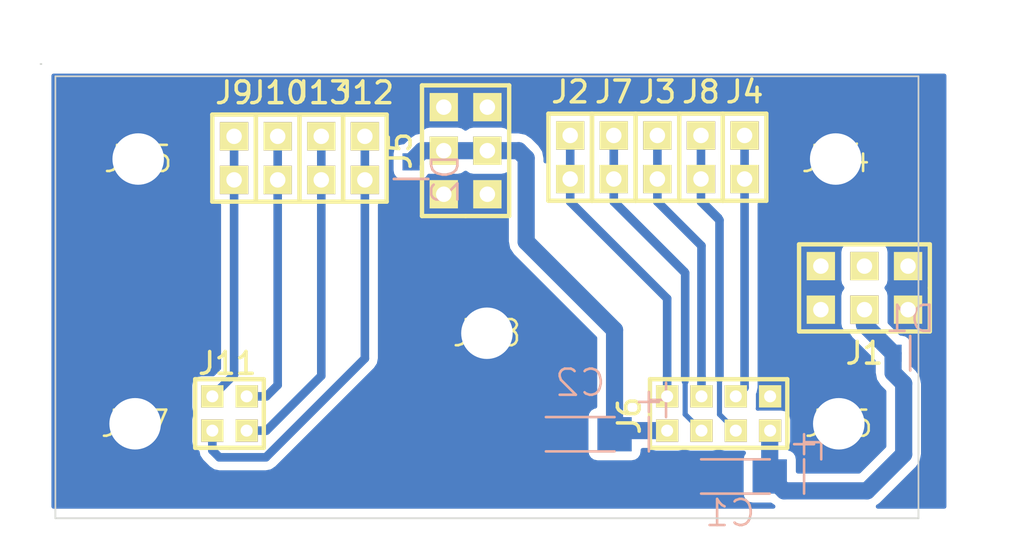
<source format=kicad_pcb>
(kicad_pcb (version 4) (host pcbnew "(2014-10-14 BZR 5188)-product")

  (general
    (links 43)
    (no_connects 1)
    (area 104.4448 30.8356 164.109401 63.065)
    (thickness 1.6)
    (drawings 5)
    (tracks 73)
    (zones 0)
    (modules 22)
    (nets 13)
  )

  (page A4)
  (layers
    (0 F.Cu signal)
    (31 B.Cu signal)
    (32 B.Adhes user)
    (33 F.Adhes user)
    (34 B.Paste user)
    (35 F.Paste user)
    (36 B.SilkS user)
    (37 F.SilkS user)
    (38 B.Mask user)
    (39 F.Mask user)
    (40 Dwgs.User user)
    (41 Cmts.User user)
    (42 Eco1.User user)
    (43 Eco2.User user)
    (44 Edge.Cuts user)
    (45 Margin user)
    (46 B.CrtYd user)
    (47 F.CrtYd user)
    (48 B.Fab user)
    (49 F.Fab user)
  )

  (setup
    (last_trace_width 0.3)
    (user_trace_width 0.2)
    (user_trace_width 0.3)
    (user_trace_width 0.4)
    (user_trace_width 0.5)
    (user_trace_width 0.6)
    (user_trace_width 0.8)
    (user_trace_width 1)
    (trace_clearance 0.15)
    (zone_clearance 0.508)
    (zone_45_only no)
    (trace_min 0.2)
    (segment_width 0.2)
    (edge_width 0.1)
    (via_size 0.889)
    (via_drill 0.635)
    (via_min_size 0.889)
    (via_min_drill 0.508)
    (uvia_size 0.508)
    (uvia_drill 0.127)
    (uvias_allowed no)
    (uvia_min_size 0.508)
    (uvia_min_drill 0.127)
    (pcb_text_width 0.3)
    (pcb_text_size 1.5 1.5)
    (mod_edge_width 0.15)
    (mod_text_size 1 1)
    (mod_text_width 0.15)
    (pad_size 4 4)
    (pad_drill 3)
    (pad_to_mask_clearance 0)
    (aux_axis_origin 0 0)
    (grid_origin 132.8166 55.5498)
    (visible_elements 7FFFFF7F)
    (pcbplotparams
      (layerselection 0x01030_80000001)
      (usegerberextensions false)
      (excludeedgelayer true)
      (linewidth 0.100000)
      (plotframeref false)
      (viasonmask false)
      (mode 1)
      (useauxorigin false)
      (hpglpennumber 1)
      (hpglpenspeed 20)
      (hpglpendiameter 15)
      (hpglpenoverlay 2)
      (psnegative false)
      (psa4output false)
      (plotreference true)
      (plotvalue true)
      (plotinvisibletext false)
      (padsonsilk false)
      (subtractmaskfromsilk false)
      (outputformat 1)
      (mirror false)
      (drillshape 0)
      (scaleselection 1)
      (outputdirectory ""))
  )

  (net 0 "")
  (net 1 GND)
  (net 2 +5V)
  (net 3 +1.8V)
  (net 4 /GPIO199)
  (net 5 /GPIO200)
  (net 6 /GPIO204)
  (net 7 /UART_TX)
  (net 8 /UART_RX)
  (net 9 /SCLK)
  (net 10 /MOSI)
  (net 11 /#SS)
  (net 12 /MISO)

  (net_class Default "Toto je výchozí třída sítě."
    (clearance 0.15)
    (trace_width 0.3)
    (via_dia 0.889)
    (via_drill 0.635)
    (uvia_dia 0.508)
    (uvia_drill 0.127)
    (add_net /#SS)
    (add_net /GPIO199)
    (add_net /GPIO200)
    (add_net /GPIO204)
    (add_net /MISO)
    (add_net /MOSI)
    (add_net /SCLK)
    (add_net /UART_RX)
    (add_net /UART_TX)
  )

  (net_class Power ""
    (clearance 0.3)
    (trace_width 0.5)
    (via_dia 0.889)
    (via_drill 0.635)
    (uvia_dia 0.508)
    (uvia_drill 0.127)
    (add_net +1.8V)
    (add_net +5V)
    (add_net GND)
  )

  (module MLAB_C:TantalC_SizeC_Reflow (layer B.Cu) (tedit 54799D04) (tstamp 548711C6)
    (at 147.2946 58.6232 180)
    (descr "Tantal Cap. , Size C, EIA-6032, Reflow,")
    (tags "Tantal Cap. , Size C, EIA-6032, Reflow,")
    (path /5485FFA7)
    (attr smd)
    (fp_text reference C1 (at 0.3048 -2.1336 180) (layer B.SilkS)
      (effects (font (thickness 0.15)) (justify mirror))
    )
    (fp_text value CP2 (at 0 -3 180) (layer B.SilkS) hide
      (effects (font (thickness 0.15)) (justify mirror))
    )
    (fp_line (start -4 1) (end -4 -1) (layer B.SilkS) (width 0.15))
    (fp_line (start 2 -1) (end -2 -1) (layer B.SilkS) (width 0.15))
    (fp_line (start 2 1) (end -2 1) (layer B.SilkS) (width 0.15))
    (fp_text user + (at -4 2 180) (layer B.SilkS)
      (effects (font (thickness 0.15)) (justify mirror))
    )
    (fp_line (start -5 3) (end -5 1) (layer B.SilkS) (width 0.15))
    (fp_line (start -5 2) (end -4 2) (layer B.SilkS) (width 0.15))
    (pad 2 smd rect (at 2 0 180) (size 2 2) (layers B.Cu B.Paste B.Mask)
      (net 1 GND))
    (pad 1 smd rect (at -2 0 180) (size 2 2) (layers B.Cu B.Paste B.Mask)
      (net 2 +5V))
    (model MLAB_3D/Capacitors/c_tant_C.wrl
      (at (xyz 0 0 0))
      (scale (xyz 1 1 1))
      (rotate (xyz 0 0 180))
    )
  )

  (module MLAB_C:TantalC_SizeC_Reflow (layer B.Cu) (tedit 54799D04) (tstamp 548711CC)
    (at 138.2522 56.1594 180)
    (descr "Tantal Cap. , Size C, EIA-6032, Reflow,")
    (tags "Tantal Cap. , Size C, EIA-6032, Reflow,")
    (path /548601CE)
    (attr smd)
    (fp_text reference C2 (at 0 3 180) (layer B.SilkS)
      (effects (font (thickness 0.15)) (justify mirror))
    )
    (fp_text value CP2 (at 0 -3 180) (layer B.SilkS) hide
      (effects (font (thickness 0.15)) (justify mirror))
    )
    (fp_line (start -4 1) (end -4 -1) (layer B.SilkS) (width 0.15))
    (fp_line (start 2 -1) (end -2 -1) (layer B.SilkS) (width 0.15))
    (fp_line (start 2 1) (end -2 1) (layer B.SilkS) (width 0.15))
    (fp_text user + (at -4 2 180) (layer B.SilkS)
      (effects (font (thickness 0.15)) (justify mirror))
    )
    (fp_line (start -5 3) (end -5 1) (layer B.SilkS) (width 0.15))
    (fp_line (start -5 2) (end -4 2) (layer B.SilkS) (width 0.15))
    (pad 2 smd rect (at 2 0 180) (size 2 2) (layers B.Cu B.Paste B.Mask)
      (net 1 GND))
    (pad 1 smd rect (at -2 0 180) (size 2 2) (layers B.Cu B.Paste B.Mask)
      (net 3 +1.8V))
    (model MLAB_3D/Capacitors/c_tant_C.wrl
      (at (xyz 0 0 0))
      (scale (xyz 1 1 1))
      (rotate (xyz 0 0 180))
    )
  )

  (module MLAB_D:Diode-MiniMELF_Standard (layer B.Cu) (tedit 547999ED) (tstamp 54896DB3)
    (at 157.48 51.435 180)
    (descr "Diode Mini-MELF Standard")
    (tags "Diode Mini-MELF Standard")
    (path /5485FEF7)
    (attr smd)
    (fp_text reference D1 (at 0 2 180) (layer B.SilkS)
      (effects (font (thickness 0.15)) (justify mirror))
    )
    (fp_text value DIODESCH (at 0 -3 180) (layer B.SilkS) hide
      (effects (font (thickness 0.15)) (justify mirror))
    )
    (fp_line (start 0 0) (end 0 1) (layer B.SilkS) (width 0.15))
    (fp_line (start 0 1) (end 0 -1) (layer B.SilkS) (width 0.15))
    (fp_line (start 0 -1) (end 0 0) (layer B.SilkS) (width 0.15))
    (fp_line (start 0 1) (end 0 -1) (layer B.SilkS) (width 0.15))
    (fp_text user A (at -1 -1 180) (layer B.SilkS)
      (effects (font (size 0 0) (thickness 0.15)) (justify mirror))
    )
    (fp_text user K (at 1 -1 180) (layer B.SilkS)
      (effects (font (size 0 0) (thickness 0.15)) (justify mirror))
    )
    (fp_circle (center 0 0) (end 0 0) (layer B.Adhes) (width 0.15))
    (fp_circle (center 0 0) (end 0 0) (layer B.Adhes) (width 0.15))
    (pad 1 smd rect (at -1 0 180) (size 1 1) (layers B.Cu B.Paste B.Mask)
      (net 1 GND))
    (pad 2 smd rect (at 1 0 180) (size 1 1) (layers B.Cu B.Paste B.Mask)
      (net 2 +5V))
    (model MLAB_3D/Diodes/MiniMELF_DO213AA.wrl
      (at (xyz 0 0 0))
      (scale (xyz 0 0 0))
      (rotate (xyz 0 0 0))
    )
  )

  (module MLAB_D:Diode-MiniMELF_Standard (layer B.Cu) (tedit 547999ED) (tstamp 54896DFE)
    (at 128.397 41.275 90)
    (descr "Diode Mini-MELF Standard")
    (tags "Diode Mini-MELF Standard")
    (path /548601BC)
    (attr smd)
    (fp_text reference D2 (at 0 2 90) (layer B.SilkS)
      (effects (font (thickness 0.15)) (justify mirror))
    )
    (fp_text value DIODESCH (at 0 -3 90) (layer B.SilkS) hide
      (effects (font (thickness 0.15)) (justify mirror))
    )
    (fp_line (start 0 0) (end 0 1) (layer B.SilkS) (width 0.15))
    (fp_line (start 0 1) (end 0 -1) (layer B.SilkS) (width 0.15))
    (fp_line (start 0 -1) (end 0 0) (layer B.SilkS) (width 0.15))
    (fp_line (start 0 1) (end 0 -1) (layer B.SilkS) (width 0.15))
    (fp_text user A (at -1 -1 90) (layer B.SilkS)
      (effects (font (size 0 0) (thickness 0.15)) (justify mirror))
    )
    (fp_text user K (at 1 -1 90) (layer B.SilkS)
      (effects (font (size 0 0) (thickness 0.15)) (justify mirror))
    )
    (fp_circle (center 0 0) (end 0 0) (layer B.Adhes) (width 0.15))
    (fp_circle (center 0 0) (end 0 0) (layer B.Adhes) (width 0.15))
    (pad 1 smd rect (at -1 0 90) (size 1 1) (layers B.Cu B.Paste B.Mask)
      (net 1 GND))
    (pad 2 smd rect (at 1 0 90) (size 1 1) (layers B.Cu B.Paste B.Mask)
      (net 3 +1.8V))
    (model MLAB_3D/Diodes/MiniMELF_DO213AA.wrl
      (at (xyz 0 0 0))
      (scale (xyz 0 0 0))
      (rotate (xyz 0 0 0))
    )
  )

  (module MLAB_hreb:Pin_Header_Straight_2x03 placed (layer F.Cu) (tedit 54870C46) (tstamp 54896DC4)
    (at 154.813 47.625 180)
    (descr "1 pin")
    (tags "CONN DEV")
    (path /5485F9FC)
    (fp_text reference J1 (at 0 -3.81 180) (layer F.SilkS)
      (effects (font (size 1.27 1.27) (thickness 0.2032)))
    )
    (fp_text value "5V POWER" (at 0 0 180) (layer F.SilkS) hide
      (effects (font (size 1.27 1.27) (thickness 0.2032)))
    )
    (fp_line (start -3.81 2.54) (end 3.81 2.54) (layer F.SilkS) (width 0.254))
    (fp_line (start 3.81 2.54) (end 3.81 -2.54) (layer F.SilkS) (width 0.254))
    (fp_line (start 3.81 -2.54) (end -1.27 -2.54) (layer F.SilkS) (width 0.254))
    (fp_line (start -3.81 2.54) (end -3.81 0) (layer F.SilkS) (width 0.254))
    (fp_line (start -3.81 -2.54) (end -3.81 0) (layer F.SilkS) (width 0.254))
    (fp_line (start -1.27 -2.54) (end -3.81 -2.54) (layer F.SilkS) (width 0.254))
    (pad 1 thru_hole rect (at -2.54 1.27 180) (size 1.651 1.651) (drill 0.9) (layers *.Cu *.Mask F.SilkS)
      (net 1 GND))
    (pad 2 thru_hole rect (at 0 1.27 180) (size 1.651 1.651) (drill 0.9) (layers *.Cu *.Mask F.SilkS)
      (net 2 +5V))
    (pad 3 thru_hole rect (at 2.54 1.27 180) (size 1.651 1.651) (drill 0.9) (layers *.Cu *.Mask F.SilkS)
      (net 1 GND))
    (pad 4 thru_hole rect (at 2.54 -1.27 180) (size 1.651 1.651) (drill 0.9) (layers *.Cu *.Mask F.SilkS)
      (net 1 GND))
    (pad 5 thru_hole rect (at 0 -1.27 180) (size 1.651 1.651) (drill 0.9) (layers *.Cu *.Mask F.SilkS)
      (net 2 +5V))
    (pad 6 thru_hole rect (at -2.54 -1.27 180) (size 1.651 1.651) (drill 0.9) (layers *.Cu *.Mask F.SilkS)
      (net 1 GND))
    (model Pin_Headers/Pin_Header_Straight_2x03.wrl
      (at (xyz 0 0 0))
      (scale (xyz 1 1 1))
      (rotate (xyz 0 0 0))
    )
  )

  (module MLAB_hreb:Pin_Header_Straight_2x01 placed (layer F.Cu) (tedit 5472F1F7) (tstamp 54896E7D)
    (at 137.668 40.005)
    (descr "1 pin")
    (tags "CONN DEV")
    (path /5486108C)
    (fp_text reference J2 (at 0 -3.81) (layer F.SilkS)
      (effects (font (size 1.27 1.27) (thickness 0.2032)))
    )
    (fp_text value GPIO199 (at 0 0) (layer F.SilkS) hide
      (effects (font (size 1.27 1.27) (thickness 0.2032)))
    )
    (fp_line (start -1.27 -2.54) (end 1.27 -2.54) (layer F.SilkS) (width 0.254))
    (fp_line (start 1.27 -2.54) (end 1.27 2.54) (layer F.SilkS) (width 0.254))
    (fp_line (start 1.27 2.54) (end -1.27 2.54) (layer F.SilkS) (width 0.254))
    (fp_line (start -1.27 2.54) (end -1.27 -2.54) (layer F.SilkS) (width 0.254))
    (pad 2 thru_hole rect (at 0 1.27) (size 1.651 1.651) (drill 0.9) (layers *.Cu *.Mask F.SilkS)
      (net 4 /GPIO199))
    (pad 1 thru_hole rect (at 0 -1.27) (size 1.651 1.651) (drill 0.9) (layers *.Cu *.Mask F.SilkS)
      (net 4 /GPIO199))
    (model Pin_Headers/Pin_Header_Straight_2x01.wrl
      (at (xyz 0 0 0))
      (scale (xyz 1 1 1))
      (rotate (xyz 0 0 0))
    )
  )

  (module MLAB_hreb:Pin_Header_Straight_2x01 placed (layer F.Cu) (tedit 5472F1F7) (tstamp 54896E93)
    (at 142.748 40.005)
    (descr "1 pin")
    (tags "CONN DEV")
    (path /54861113)
    (fp_text reference J3 (at 0 -3.81) (layer F.SilkS)
      (effects (font (size 1.27 1.27) (thickness 0.2032)))
    )
    (fp_text value GPIO200 (at 0 0) (layer F.SilkS) hide
      (effects (font (size 1.27 1.27) (thickness 0.2032)))
    )
    (fp_line (start -1.27 -2.54) (end 1.27 -2.54) (layer F.SilkS) (width 0.254))
    (fp_line (start 1.27 -2.54) (end 1.27 2.54) (layer F.SilkS) (width 0.254))
    (fp_line (start 1.27 2.54) (end -1.27 2.54) (layer F.SilkS) (width 0.254))
    (fp_line (start -1.27 2.54) (end -1.27 -2.54) (layer F.SilkS) (width 0.254))
    (pad 2 thru_hole rect (at 0 1.27) (size 1.651 1.651) (drill 0.9) (layers *.Cu *.Mask F.SilkS)
      (net 5 /GPIO200))
    (pad 1 thru_hole rect (at 0 -1.27) (size 1.651 1.651) (drill 0.9) (layers *.Cu *.Mask F.SilkS)
      (net 5 /GPIO200))
    (model Pin_Headers/Pin_Header_Straight_2x01.wrl
      (at (xyz 0 0 0))
      (scale (xyz 1 1 1))
      (rotate (xyz 0 0 0))
    )
  )

  (module MLAB_hreb:Pin_Header_Straight_2x01 placed (layer F.Cu) (tedit 5472F1F7) (tstamp 54896E88)
    (at 147.828 40.005)
    (descr "1 pin")
    (tags "CONN DEV")
    (path /54861163)
    (fp_text reference J4 (at 0 -3.81) (layer F.SilkS)
      (effects (font (size 1.27 1.27) (thickness 0.2032)))
    )
    (fp_text value GPIO204 (at 0 0) (layer F.SilkS) hide
      (effects (font (size 1.27 1.27) (thickness 0.2032)))
    )
    (fp_line (start -1.27 -2.54) (end 1.27 -2.54) (layer F.SilkS) (width 0.254))
    (fp_line (start 1.27 -2.54) (end 1.27 2.54) (layer F.SilkS) (width 0.254))
    (fp_line (start 1.27 2.54) (end -1.27 2.54) (layer F.SilkS) (width 0.254))
    (fp_line (start -1.27 2.54) (end -1.27 -2.54) (layer F.SilkS) (width 0.254))
    (pad 2 thru_hole rect (at 0 1.27) (size 1.651 1.651) (drill 0.9) (layers *.Cu *.Mask F.SilkS)
      (net 6 /GPIO204))
    (pad 1 thru_hole rect (at 0 -1.27) (size 1.651 1.651) (drill 0.9) (layers *.Cu *.Mask F.SilkS)
      (net 6 /GPIO204))
    (model Pin_Headers/Pin_Header_Straight_2x01.wrl
      (at (xyz 0 0 0))
      (scale (xyz 1 1 1))
      (rotate (xyz 0 0 0))
    )
  )

  (module MLAB_hreb:Pin_Header_Straight_2x03 placed (layer F.Cu) (tedit 54870C46) (tstamp 54896CEA)
    (at 131.572 39.624 90)
    (descr "1 pin")
    (tags "CONN DEV")
    (path /548601AA)
    (fp_text reference J5 (at 0 -3.81 90) (layer F.SilkS)
      (effects (font (size 1.27 1.27) (thickness 0.2032)))
    )
    (fp_text value "1,8V CPU Core" (at 0 0 90) (layer F.SilkS) hide
      (effects (font (size 1.27 1.27) (thickness 0.2032)))
    )
    (fp_line (start -3.81 2.54) (end 3.81 2.54) (layer F.SilkS) (width 0.254))
    (fp_line (start 3.81 2.54) (end 3.81 -2.54) (layer F.SilkS) (width 0.254))
    (fp_line (start 3.81 -2.54) (end -1.27 -2.54) (layer F.SilkS) (width 0.254))
    (fp_line (start -3.81 2.54) (end -3.81 0) (layer F.SilkS) (width 0.254))
    (fp_line (start -3.81 -2.54) (end -3.81 0) (layer F.SilkS) (width 0.254))
    (fp_line (start -1.27 -2.54) (end -3.81 -2.54) (layer F.SilkS) (width 0.254))
    (pad 1 thru_hole rect (at -2.54 1.27 90) (size 1.651 1.651) (drill 0.9) (layers *.Cu *.Mask F.SilkS)
      (net 1 GND))
    (pad 2 thru_hole rect (at 0 1.27 90) (size 1.651 1.651) (drill 0.9) (layers *.Cu *.Mask F.SilkS)
      (net 3 +1.8V))
    (pad 3 thru_hole rect (at 2.54 1.27 90) (size 1.651 1.651) (drill 0.9) (layers *.Cu *.Mask F.SilkS)
      (net 1 GND))
    (pad 4 thru_hole rect (at 2.54 -1.27 90) (size 1.651 1.651) (drill 0.9) (layers *.Cu *.Mask F.SilkS)
      (net 1 GND))
    (pad 5 thru_hole rect (at 0 -1.27 90) (size 1.651 1.651) (drill 0.9) (layers *.Cu *.Mask F.SilkS)
      (net 3 +1.8V))
    (pad 6 thru_hole rect (at -2.54 -1.27 90) (size 1.651 1.651) (drill 0.9) (layers *.Cu *.Mask F.SilkS)
      (net 1 GND))
    (model Pin_Headers/Pin_Header_Straight_2x03.wrl
      (at (xyz 0 0 0))
      (scale (xyz 1 1 1))
      (rotate (xyz 0 0 0))
    )
  )

  (module MLAB_hreb:2mm_Pin_Header_Straight_2x04 (layer F.Cu) (tedit 5487093A) (tstamp 54871228)
    (at 146.3166 54.9498 90)
    (descr "1 pin")
    (tags "CONN DEV")
    (path /5485F8D0)
    (fp_text reference J6 (at -0.127 -5.207 90) (layer F.SilkS)
      (effects (font (size 1.27 1.27) (thickness 0.2032)))
    )
    (fp_text value IOS_PORT_#1 (at 0 5.334 90) (layer F.SilkS) hide
      (effects (font (size 1.27 1.27) (thickness 0.2032)))
    )
    (fp_line (start -2 -4) (end 0 -4) (layer F.SilkS) (width 0.254))
    (fp_line (start 0 4) (end 2 4) (layer F.SilkS) (width 0.254))
    (fp_line (start 2 4) (end 2 -4) (layer F.SilkS) (width 0.254))
    (fp_line (start 0 -4) (end 2 -4) (layer F.SilkS) (width 0.254))
    (fp_line (start -2 4) (end -2 -4) (layer F.SilkS) (width 0.254))
    (fp_line (start -2 4) (end 0 4) (layer F.SilkS) (width 0.254))
    (pad 1 thru_hole rect (at -1 -3 90) (size 1.3 1.3) (drill 0.7) (layers *.Cu *.Mask F.SilkS)
      (net 3 +1.8V))
    (pad 2 thru_hole rect (at 1 -3 90) (size 1.3 1.3) (drill 0.7) (layers *.Cu *.Mask F.SilkS)
      (net 4 /GPIO199))
    (pad 3 thru_hole rect (at -1 -1 90) (size 1.3 1.3) (drill 0.7) (layers *.Cu *.Mask F.SilkS)
      (net 8 /UART_RX))
    (pad 4 thru_hole rect (at 1 -1 90) (size 1.3 1.3) (drill 0.7) (layers *.Cu *.Mask F.SilkS)
      (net 5 /GPIO200))
    (pad 5 thru_hole rect (at -1 1 90) (size 1.3 1.3) (drill 0.7) (layers *.Cu *.Mask F.SilkS)
      (net 7 /UART_TX))
    (pad 6 thru_hole rect (at 1 1 90) (size 1.3 1.3) (drill 0.7) (layers *.Cu *.Mask F.SilkS)
      (net 6 /GPIO204))
    (pad 7 thru_hole rect (at -1 3 90) (size 1.3 1.3) (drill 0.7) (layers *.Cu *.Mask F.SilkS)
      (net 2 +5V))
    (pad 8 thru_hole rect (at 1 3 90) (size 1.3 1.3) (drill 0.7) (layers *.Cu *.Mask F.SilkS)
      (net 1 GND))
    (model Pin_Headers/Pin_Header_Straight_2x04.wrl
      (at (xyz 0 0 0))
      (scale (xyz 0.7874 0.7874 0.7874))
      (rotate (xyz 0 0 90))
    )
  )

  (module MLAB_hreb:Pin_Header_Straight_2x01 placed (layer F.Cu) (tedit 5472F1F7) (tstamp 54896E72)
    (at 140.208 40.005)
    (descr "1 pin")
    (tags "CONN DEV")
    (path /54861315)
    (fp_text reference J7 (at 0 -3.81) (layer F.SilkS)
      (effects (font (size 1.27 1.27) (thickness 0.2032)))
    )
    (fp_text value UART_RX (at 0 0) (layer F.SilkS) hide
      (effects (font (size 1.27 1.27) (thickness 0.2032)))
    )
    (fp_line (start -1.27 -2.54) (end 1.27 -2.54) (layer F.SilkS) (width 0.254))
    (fp_line (start 1.27 -2.54) (end 1.27 2.54) (layer F.SilkS) (width 0.254))
    (fp_line (start 1.27 2.54) (end -1.27 2.54) (layer F.SilkS) (width 0.254))
    (fp_line (start -1.27 2.54) (end -1.27 -2.54) (layer F.SilkS) (width 0.254))
    (pad 2 thru_hole rect (at 0 1.27) (size 1.651 1.651) (drill 0.9) (layers *.Cu *.Mask F.SilkS)
      (net 8 /UART_RX))
    (pad 1 thru_hole rect (at 0 -1.27) (size 1.651 1.651) (drill 0.9) (layers *.Cu *.Mask F.SilkS)
      (net 8 /UART_RX))
    (model Pin_Headers/Pin_Header_Straight_2x01.wrl
      (at (xyz 0 0 0))
      (scale (xyz 1 1 1))
      (rotate (xyz 0 0 0))
    )
  )

  (module MLAB_hreb:Pin_Header_Straight_2x01 placed (layer F.Cu) (tedit 5472F1F7) (tstamp 54874B71)
    (at 145.288 40.005)
    (descr "1 pin")
    (tags "CONN DEV")
    (path /5486130F)
    (fp_text reference J8 (at 0 -3.81) (layer F.SilkS)
      (effects (font (size 1.27 1.27) (thickness 0.2032)))
    )
    (fp_text value UART_TX (at 0 0) (layer F.SilkS) hide
      (effects (font (size 1.27 1.27) (thickness 0.2032)))
    )
    (fp_line (start -1.27 -2.54) (end 1.27 -2.54) (layer F.SilkS) (width 0.254))
    (fp_line (start 1.27 -2.54) (end 1.27 2.54) (layer F.SilkS) (width 0.254))
    (fp_line (start 1.27 2.54) (end -1.27 2.54) (layer F.SilkS) (width 0.254))
    (fp_line (start -1.27 2.54) (end -1.27 -2.54) (layer F.SilkS) (width 0.254))
    (pad 2 thru_hole rect (at 0 1.27) (size 1.651 1.651) (drill 0.9) (layers *.Cu *.Mask F.SilkS)
      (net 7 /UART_TX))
    (pad 1 thru_hole rect (at 0 -1.27) (size 1.651 1.651) (drill 0.9) (layers *.Cu *.Mask F.SilkS)
      (net 7 /UART_TX))
    (model Pin_Headers/Pin_Header_Straight_2x01.wrl
      (at (xyz 0 0 0))
      (scale (xyz 1 1 1))
      (rotate (xyz 0 0 0))
    )
  )

  (module MLAB_hreb:Pin_Header_Straight_2x01 placed (layer F.Cu) (tedit 5472F1F7) (tstamp 54874ADA)
    (at 118.0846 40.0558)
    (descr "1 pin")
    (tags "CONN DEV")
    (path /5486082B)
    (fp_text reference J9 (at 0 -3.81) (layer F.SilkS)
      (effects (font (size 1.27 1.27) (thickness 0.2032)))
    )
    (fp_text value SCLK (at 0 0) (layer F.SilkS) hide
      (effects (font (size 1.27 1.27) (thickness 0.2032)))
    )
    (fp_line (start -1.27 -2.54) (end 1.27 -2.54) (layer F.SilkS) (width 0.254))
    (fp_line (start 1.27 -2.54) (end 1.27 2.54) (layer F.SilkS) (width 0.254))
    (fp_line (start 1.27 2.54) (end -1.27 2.54) (layer F.SilkS) (width 0.254))
    (fp_line (start -1.27 2.54) (end -1.27 -2.54) (layer F.SilkS) (width 0.254))
    (pad 2 thru_hole rect (at 0 1.27) (size 1.651 1.651) (drill 0.9) (layers *.Cu *.Mask F.SilkS)
      (net 9 /SCLK))
    (pad 1 thru_hole rect (at 0 -1.27) (size 1.651 1.651) (drill 0.9) (layers *.Cu *.Mask F.SilkS)
      (net 9 /SCLK))
    (model Pin_Headers/Pin_Header_Straight_2x01.wrl
      (at (xyz 0 0 0))
      (scale (xyz 1 1 1))
      (rotate (xyz 0 0 0))
    )
  )

  (module MLAB_hreb:Pin_Header_Straight_2x01 placed (layer F.Cu) (tedit 5472F1F7) (tstamp 54871250)
    (at 120.6246 40.0558)
    (descr "1 pin")
    (tags "CONN DEV")
    (path /54860825)
    (fp_text reference J10 (at 0 -3.81) (layer F.SilkS)
      (effects (font (size 1.27 1.27) (thickness 0.2032)))
    )
    (fp_text value MOSI (at 0 0) (layer F.SilkS) hide
      (effects (font (size 1.27 1.27) (thickness 0.2032)))
    )
    (fp_line (start -1.27 -2.54) (end 1.27 -2.54) (layer F.SilkS) (width 0.254))
    (fp_line (start 1.27 -2.54) (end 1.27 2.54) (layer F.SilkS) (width 0.254))
    (fp_line (start 1.27 2.54) (end -1.27 2.54) (layer F.SilkS) (width 0.254))
    (fp_line (start -1.27 2.54) (end -1.27 -2.54) (layer F.SilkS) (width 0.254))
    (pad 2 thru_hole rect (at 0 1.27) (size 1.651 1.651) (drill 0.9) (layers *.Cu *.Mask F.SilkS)
      (net 10 /MOSI))
    (pad 1 thru_hole rect (at 0 -1.27) (size 1.651 1.651) (drill 0.9) (layers *.Cu *.Mask F.SilkS)
      (net 10 /MOSI))
    (model Pin_Headers/Pin_Header_Straight_2x01.wrl
      (at (xyz 0 0 0))
      (scale (xyz 1 1 1))
      (rotate (xyz 0 0 0))
    )
  )

  (module MLAB_hreb:2mm_Pin_Header_Straight_2x02 (layer F.Cu) (tedit 54870948) (tstamp 5487125E)
    (at 117.8166 54.9498)
    (descr "1 pin")
    (tags "CONN DEV")
    (path /5485F97F)
    (fp_text reference J11 (at -0.127 -2.921) (layer F.SilkS)
      (effects (font (size 1.27 1.27) (thickness 0.2032)))
    )
    (fp_text value IO_PORT_#2 (at 0 3.302) (layer F.SilkS) hide
      (effects (font (size 1.27 1.27) (thickness 0.2032)))
    )
    (fp_line (start -2 -2) (end 0 -2) (layer F.SilkS) (width 0.254))
    (fp_line (start 0 2) (end 2 2) (layer F.SilkS) (width 0.254))
    (fp_line (start 2 2) (end 2 -2) (layer F.SilkS) (width 0.254))
    (fp_line (start 0 -2) (end 2 -2) (layer F.SilkS) (width 0.254))
    (fp_line (start -2 2) (end -2 -2) (layer F.SilkS) (width 0.254))
    (fp_line (start -2 2) (end 0 2) (layer F.SilkS) (width 0.254))
    (pad 1 thru_hole rect (at -1 -1) (size 1.3 1.3) (drill 0.7) (layers *.Cu *.Mask F.SilkS)
      (net 9 /SCLK))
    (pad 2 thru_hole rect (at 1 -1) (size 1.3 1.3) (drill 0.7) (layers *.Cu *.Mask F.SilkS)
      (net 10 /MOSI))
    (pad 3 thru_hole rect (at -1 1) (size 1.3 1.3) (drill 0.7) (layers *.Cu *.Mask F.SilkS)
      (net 11 /#SS))
    (pad 4 thru_hole rect (at 1 1) (size 1.3 1.3) (drill 0.7) (layers *.Cu *.Mask F.SilkS)
      (net 12 /MISO))
    (model Pin_Headers/Pin_Header_Straight_2x02.wrl
      (at (xyz 0 0 0))
      (scale (xyz 0.7874 0.7874 0.7874))
      (rotate (xyz 0 0 0))
    )
  )

  (module MLAB_hreb:Pin_Header_Straight_2x01 placed (layer F.Cu) (tedit 5472F1F7) (tstamp 54871268)
    (at 125.7046 40.0558)
    (descr "1 pin")
    (tags "CONN DEV")
    (path /54860610)
    (fp_text reference J12 (at 0 -3.81) (layer F.SilkS)
      (effects (font (size 1.27 1.27) (thickness 0.2032)))
    )
    (fp_text value "#SS" (at 0 0) (layer F.SilkS) hide
      (effects (font (size 1.27 1.27) (thickness 0.2032)))
    )
    (fp_line (start -1.27 -2.54) (end 1.27 -2.54) (layer F.SilkS) (width 0.254))
    (fp_line (start 1.27 -2.54) (end 1.27 2.54) (layer F.SilkS) (width 0.254))
    (fp_line (start 1.27 2.54) (end -1.27 2.54) (layer F.SilkS) (width 0.254))
    (fp_line (start -1.27 2.54) (end -1.27 -2.54) (layer F.SilkS) (width 0.254))
    (pad 2 thru_hole rect (at 0 1.27) (size 1.651 1.651) (drill 0.9) (layers *.Cu *.Mask F.SilkS)
      (net 11 /#SS))
    (pad 1 thru_hole rect (at 0 -1.27) (size 1.651 1.651) (drill 0.9) (layers *.Cu *.Mask F.SilkS)
      (net 11 /#SS))
    (model Pin_Headers/Pin_Header_Straight_2x01.wrl
      (at (xyz 0 0 0))
      (scale (xyz 1 1 1))
      (rotate (xyz 0 0 0))
    )
  )

  (module MLAB_hreb:Pin_Header_Straight_2x01 placed (layer F.Cu) (tedit 5472F1F7) (tstamp 54871272)
    (at 123.1646 40.0558)
    (descr "1 pin")
    (tags "CONN DEV")
    (path /54860710)
    (fp_text reference J13 (at 0 -3.81) (layer F.SilkS)
      (effects (font (size 1.27 1.27) (thickness 0.2032)))
    )
    (fp_text value MISO (at 0 0) (layer F.SilkS) hide
      (effects (font (size 1.27 1.27) (thickness 0.2032)))
    )
    (fp_line (start -1.27 -2.54) (end 1.27 -2.54) (layer F.SilkS) (width 0.254))
    (fp_line (start 1.27 -2.54) (end 1.27 2.54) (layer F.SilkS) (width 0.254))
    (fp_line (start 1.27 2.54) (end -1.27 2.54) (layer F.SilkS) (width 0.254))
    (fp_line (start -1.27 2.54) (end -1.27 -2.54) (layer F.SilkS) (width 0.254))
    (pad 2 thru_hole rect (at 0 1.27) (size 1.651 1.651) (drill 0.9) (layers *.Cu *.Mask F.SilkS)
      (net 12 /MISO))
    (pad 1 thru_hole rect (at 0 -1.27) (size 1.651 1.651) (drill 0.9) (layers *.Cu *.Mask F.SilkS)
      (net 12 /MISO))
    (model Pin_Headers/Pin_Header_Straight_2x01.wrl
      (at (xyz 0 0 0))
      (scale (xyz 1 1 1))
      (rotate (xyz 0 0 0))
    )
  )

  (module MLAB_dira:MountingHole_3mm placed (layer F.Cu) (tedit 54345FDC) (tstamp 54871277)
    (at 153.1366 40.1098)
    (descr "Mounting hole, Befestigungsbohrung, 3mm, No Annular, Kein Restring,")
    (tags "Mounting hole, Befestigungsbohrung, 3mm, No Annular, Kein Restring,")
    (path /54862BF8)
    (fp_text reference J14 (at 0 0) (layer F.SilkS)
      (effects (font (thickness 0.15)))
    )
    (fp_text value M3 (at 1 5) (layer F.SilkS) hide
      (effects (font (thickness 0.15)))
    )
    (fp_circle (center 0 0) (end 2 0) (layer Cmts.User) (width 0.15))
    (pad 1 thru_hole circle (at 0 0) (size 6 6) (drill 3) (layers *.Cu *.Adhes *.Mask)
      (net 1 GND) (clearance 1) (zone_connect 2))
  )

  (module MLAB_dira:MountingHole_3mm placed (layer F.Cu) (tedit 54345FDC) (tstamp 5487127C)
    (at 112.4966 40.1098)
    (descr "Mounting hole, Befestigungsbohrung, 3mm, No Annular, Kein Restring,")
    (tags "Mounting hole, Befestigungsbohrung, 3mm, No Annular, Kein Restring,")
    (path /54862A8F)
    (fp_text reference J15 (at 0 0) (layer F.SilkS)
      (effects (font (thickness 0.15)))
    )
    (fp_text value M3 (at 1 5) (layer F.SilkS) hide
      (effects (font (thickness 0.15)))
    )
    (fp_circle (center 0 0) (end 2 0) (layer Cmts.User) (width 0.15))
    (pad 1 thru_hole circle (at 0 0) (size 6 6) (drill 3) (layers *.Cu *.Adhes *.Mask)
      (net 1 GND) (clearance 1) (zone_connect 2))
  )

  (module MLAB_dira:MountingHole_3mm placed (layer F.Cu) (tedit 5489719A) (tstamp 54871281)
    (at 153.3166 55.5498)
    (descr "Mounting hole, Befestigungsbohrung, 3mm, No Annular, Kein Restring,")
    (tags "Mounting hole, Befestigungsbohrung, 3mm, No Annular, Kein Restring,")
    (path /54862E35)
    (fp_text reference J16 (at 0 0) (layer F.SilkS)
      (effects (font (thickness 0.15)))
    )
    (fp_text value M3 (at 1 5) (layer F.SilkS) hide
      (effects (font (thickness 0.15)))
    )
    (fp_circle (center 0 0) (end 2 0) (layer Cmts.User) (width 0.15))
    (pad 1 thru_hole circle (at 0 0) (size 4 4) (drill 3) (layers *.Cu *.Adhes *.Mask)
      (net 1 GND) (clearance 1) (zone_connect 2))
  )

  (module MLAB_dira:MountingHole_3mm placed (layer F.Cu) (tedit 54345FDC) (tstamp 54871286)
    (at 112.3166 55.5498)
    (descr "Mounting hole, Befestigungsbohrung, 3mm, No Annular, Kein Restring,")
    (tags "Mounting hole, Befestigungsbohrung, 3mm, No Annular, Kein Restring,")
    (path /54862E8B)
    (fp_text reference J17 (at 0 0) (layer F.SilkS)
      (effects (font (thickness 0.15)))
    )
    (fp_text value M3 (at 1 5) (layer F.SilkS) hide
      (effects (font (thickness 0.15)))
    )
    (fp_circle (center 0 0) (end 2 0) (layer Cmts.User) (width 0.15))
    (pad 1 thru_hole circle (at 0 0) (size 6 6) (drill 3) (layers *.Cu *.Adhes *.Mask)
      (net 1 GND) (clearance 1) (zone_connect 2))
  )

  (module MLAB_dira:MountingHole_3mm placed (layer F.Cu) (tedit 54345FDC) (tstamp 5487128B)
    (at 132.8166 50.2698)
    (descr "Mounting hole, Befestigungsbohrung, 3mm, No Annular, Kein Restring,")
    (tags "Mounting hole, Befestigungsbohrung, 3mm, No Annular, Kein Restring,")
    (path /54862E2F)
    (fp_text reference J18 (at 0 0) (layer F.SilkS)
      (effects (font (thickness 0.15)))
    )
    (fp_text value M3 (at 1 5) (layer F.SilkS) hide
      (effects (font (thickness 0.15)))
    )
    (fp_circle (center 0 0) (end 2 0) (layer Cmts.User) (width 0.15))
    (pad 1 thru_hole circle (at 0 0) (size 6 6) (drill 3) (layers *.Cu *.Adhes *.Mask)
      (net 1 GND) (clearance 1) (zone_connect 2))
  )

  (gr_line (start 106.807 34.5694) (end 106.8578 34.5694) (angle 90) (layer Edge.Cuts) (width 0.1))
  (gr_line (start 107.6726 35.2858) (end 157.9606 35.2858) (angle 90) (layer Edge.Cuts) (width 0.1) (tstamp 54897BDF))
  (gr_line (start 157.9606 61.0616) (end 157.9606 35.2858) (angle 90) (layer Edge.Cuts) (width 0.1))
  (gr_line (start 107.6726 61.0616) (end 157.9606 61.0616) (angle 90) (layer Edge.Cuts) (width 0.1))
  (gr_line (start 107.6726 35.2858) (end 107.6726 61.0616) (angle 90) (layer Edge.Cuts) (width 0.1))

  (segment (start 154.9654 59.4614) (end 157.099 57.3278) (width 0.5) (layer B.Cu) (net 2))
  (segment (start 154.813 49.768) (end 156.48 51.435) (width 1) (layer B.Cu) (net 2))
  (segment (start 154.813 48.895) (end 154.813 49.768) (width 1) (layer B.Cu) (net 2))
  (segment (start 149.2946 55.9718) (end 149.3166 55.9498) (width 1) (layer B.Cu) (net 2))
  (segment (start 149.2946 58.6232) (end 149.2946 55.9718) (width 1) (layer B.Cu) (net 2))
  (segment (start 156.48 52.58054) (end 156.48 51.435) (width 1) (layer B.Cu) (net 2))
  (segment (start 157.099 53.19954) (end 156.48 52.58054) (width 1) (layer B.Cu) (net 2))
  (segment (start 157.099 57.3278) (end 157.099 53.19954) (width 1) (layer B.Cu) (net 2))
  (segment (start 154.9654 59.4614) (end 157.099 57.3278) (width 1) (layer B.Cu) (net 2))
  (segment (start 150.1328 59.4614) (end 154.9654 59.4614) (width 1) (layer B.Cu) (net 2))
  (segment (start 149.2946 58.6232) (end 150.1328 59.4614) (width 1) (layer B.Cu) (net 2))
  (segment (start 132.842 39.624) (end 130.302 39.624) (width 1) (layer B.Cu) (net 3))
  (segment (start 140.4618 55.9498) (end 140.2522 56.1594) (width 1) (layer B.Cu) (net 3))
  (segment (start 143.3166 55.9498) (end 140.4618 55.9498) (width 1) (layer B.Cu) (net 3))
  (segment (start 135.1026 40.0591) (end 134.6675 39.624) (width 1) (layer B.Cu) (net 3))
  (segment (start 135.1026 44.9326) (end 135.1026 40.0591) (width 1) (layer B.Cu) (net 3))
  (segment (start 140.2522 50.0822) (end 135.1026 44.9326) (width 1) (layer B.Cu) (net 3))
  (segment (start 134.6675 39.624) (end 132.842 39.624) (width 1) (layer B.Cu) (net 3))
  (segment (start 140.2522 56.1594) (end 140.2522 50.0822) (width 1) (layer B.Cu) (net 3))
  (segment (start 129.048 39.624) (end 128.397 40.275) (width 1) (layer B.Cu) (net 3))
  (segment (start 130.302 39.624) (end 129.048 39.624) (width 1) (layer B.Cu) (net 3))
  (segment (start 137.668 38.735) (end 137.668 41.275) (width 0.5) (layer B.Cu) (net 4))
  (segment (start 143.3166 52.7998) (end 143.3166 53.9498) (width 0.5) (layer B.Cu) (net 4))
  (segment (start 143.3166 48.2491) (end 143.3166 52.7998) (width 0.5) (layer B.Cu) (net 4))
  (segment (start 137.668 42.6005) (end 143.3166 48.2491) (width 0.5) (layer B.Cu) (net 4))
  (segment (start 137.668 41.275) (end 137.668 42.6005) (width 0.5) (layer B.Cu) (net 4))
  (segment (start 142.748 38.735) (end 142.748 41.275) (width 0.5) (layer B.Cu) (net 5))
  (segment (start 145.3166 52.7998) (end 145.3166 53.9498) (width 0.5) (layer B.Cu) (net 5))
  (segment (start 145.3166 45.1691) (end 145.3166 52.7998) (width 0.5) (layer B.Cu) (net 5))
  (segment (start 142.748 42.6005) (end 145.3166 45.1691) (width 0.5) (layer B.Cu) (net 5))
  (segment (start 142.748 41.275) (end 142.748 42.6005) (width 0.5) (layer B.Cu) (net 5))
  (segment (start 147.3166 53.9498) (end 147.3166 53.7938) (width 0.4) (layer B.Cu) (net 6))
  (segment (start 147.828 38.735) (end 147.828 41.275) (width 0.5) (layer B.Cu) (net 6))
  (segment (start 147.828 53.4384) (end 147.3166 53.9498) (width 0.5) (layer B.Cu) (net 6))
  (segment (start 147.828 41.275) (end 147.828 53.4384) (width 0.5) (layer B.Cu) (net 6))
  (segment (start 145.288 42.4005) (end 145.288 41.275) (width 0.3) (layer B.Cu) (net 7))
  (segment (start 146.366599 43.479099) (end 145.288 42.4005) (width 0.3) (layer B.Cu) (net 7))
  (segment (start 146.366599 55.002799) (end 146.366599 43.479099) (width 0.3) (layer B.Cu) (net 7))
  (segment (start 147.3136 55.9498) (end 146.366599 55.002799) (width 0.3) (layer B.Cu) (net 7))
  (segment (start 147.3166 55.9498) (end 147.3136 55.9498) (width 0.3) (layer B.Cu) (net 7))
  (segment (start 146.366599 43.579099) (end 146.366599 52.969799) (width 0.4) (layer B.Cu) (net 7))
  (segment (start 145.288 42.5005) (end 146.366599 43.579099) (width 0.4) (layer B.Cu) (net 7))
  (segment (start 145.288 41.275) (end 145.288 42.5005) (width 0.4) (layer B.Cu) (net 7))
  (segment (start 145.288 38.735) (end 145.288 41.275) (width 0.5) (layer B.Cu) (net 7))
  (segment (start 146.366599 43.679099) (end 146.366599 52.899799) (width 0.5) (layer B.Cu) (net 7))
  (segment (start 145.288 42.6005) (end 146.366599 43.679099) (width 0.5) (layer B.Cu) (net 7))
  (segment (start 145.288 41.275) (end 145.288 42.6005) (width 0.5) (layer B.Cu) (net 7))
  (segment (start 144.366599 54.999799) (end 145.3166 55.9498) (width 0.3) (layer B.Cu) (net 8))
  (segment (start 144.366599 46.659099) (end 144.366599 53.091399) (width 0.4) (layer B.Cu) (net 8))
  (segment (start 140.208 42.5005) (end 144.366599 46.659099) (width 0.4) (layer B.Cu) (net 8))
  (segment (start 140.208 41.275) (end 140.208 42.5005) (width 0.4) (layer B.Cu) (net 8))
  (segment (start 144.366599 53.091399) (end 144.366599 54.999799) (width 0.3) (layer B.Cu) (net 8))
  (segment (start 140.208 38.735) (end 140.208 41.275) (width 0.5) (layer B.Cu) (net 8))
  (segment (start 144.366599 46.759099) (end 144.366599 52.899799) (width 0.5) (layer B.Cu) (net 8))
  (segment (start 140.208 42.6005) (end 144.366599 46.759099) (width 0.5) (layer B.Cu) (net 8))
  (segment (start 140.208 41.275) (end 140.208 42.6005) (width 0.5) (layer B.Cu) (net 8))
  (segment (start 118.0846 38.7858) (end 118.0846 41.3258) (width 0.5) (layer B.Cu) (net 9))
  (segment (start 118.0846 52.6818) (end 116.8166 53.9498) (width 0.5) (layer B.Cu) (net 9))
  (segment (start 118.0846 41.3258) (end 118.0846 52.6818) (width 0.5) (layer B.Cu) (net 9))
  (segment (start 120.6246 38.7858) (end 120.6246 41.3258) (width 0.5) (layer B.Cu) (net 10))
  (segment (start 120.6246 53.2918) (end 119.9666 53.9498) (width 0.5) (layer B.Cu) (net 10))
  (segment (start 120.6246 41.3258) (end 120.6246 53.2918) (width 0.5) (layer B.Cu) (net 10))
  (segment (start 119.9666 53.9498) (end 118.8166 53.9498) (width 0.5) (layer B.Cu) (net 10))
  (segment (start 125.7046 38.7858) (end 125.7046 41.3258) (width 0.5) (layer B.Cu) (net 11))
  (segment (start 125.7046 41.3258) (end 125.7046 51.7398) (width 0.5) (layer B.Cu) (net 11))
  (segment (start 125.7046 51.7398) (end 119.9388 57.5056) (width 0.5) (layer B.Cu) (net 11))
  (segment (start 116.8166 57.0998) (end 116.8166 55.9498) (width 0.5) (layer B.Cu) (net 11))
  (segment (start 117.2224 57.5056) (end 116.8166 57.0998) (width 0.5) (layer B.Cu) (net 11))
  (segment (start 119.9388 57.5056) (end 117.2224 57.5056) (width 0.5) (layer B.Cu) (net 11))
  (segment (start 123.1646 38.7858) (end 123.1646 41.3258) (width 0.5) (layer B.Cu) (net 12))
  (segment (start 119.9666 55.9498) (end 118.8166 55.9498) (width 0.5) (layer B.Cu) (net 12))
  (segment (start 123.1646 41.3258) (end 123.1646 52.7518) (width 0.5) (layer B.Cu) (net 12))
  (segment (start 123.1646 52.7518) (end 119.9666 55.9498) (width 0.5) (layer B.Cu) (net 12))

  (zone (net 1) (net_name GND) (layer B.Cu) (tstamp 0) (hatch edge 0.508)
    (connect_pads yes (clearance 0.508))
    (min_thickness 0.254)
    (fill yes (arc_segments 16) (thermal_gap 0.508) (thermal_bridge_width 0.508))
    (polygon
      (pts
        (xy 105.3846 30.8356) (xy 163.4998 30.8356) (xy 164.1094 62.3062) (xy 130.7338 63.0174) (xy 104.4448 62.6364)
      )
    )
    (filled_polygon
      (pts
        (xy 159.462 60.3766) (xy 155.599397 60.3766) (xy 155.767966 60.263966) (xy 157.901566 58.130366) (xy 158.147603 57.762146)
        (xy 158.147603 57.762145) (xy 158.234 57.3278) (xy 158.234 53.19954) (xy 158.147603 52.765195) (xy 158.147603 52.765194)
        (xy 157.901566 52.396974) (xy 157.615 52.110408) (xy 157.615 51.997032) (xy 157.62744 51.935) (xy 157.62744 50.935)
        (xy 157.580463 50.692877) (xy 157.440673 50.480073) (xy 157.22964 50.337623) (xy 156.98 50.28756) (xy 156.937692 50.28756)
        (xy 156.28594 49.635808) (xy 156.28594 48.0695) (xy 156.238963 47.827377) (xy 156.105194 47.623739) (xy 156.235877 47.43014)
        (xy 156.28594 47.1805) (xy 156.28594 45.5295) (xy 156.238963 45.287377) (xy 156.099173 45.074573) (xy 155.88814 44.932123)
        (xy 155.6385 44.88206) (xy 153.9875 44.88206) (xy 153.745377 44.929037) (xy 153.532573 45.068827) (xy 153.390123 45.27986)
        (xy 153.34006 45.5295) (xy 153.34006 47.1805) (xy 153.387037 47.422623) (xy 153.520805 47.62626) (xy 153.390123 47.81986)
        (xy 153.34006 48.0695) (xy 153.34006 49.7205) (xy 153.387037 49.962623) (xy 153.526827 50.175427) (xy 153.73786 50.317877)
        (xy 153.857643 50.341898) (xy 154.010434 50.570566) (xy 155.33256 51.892692) (xy 155.33256 51.935) (xy 155.345 51.999116)
        (xy 155.345 52.58054) (xy 155.431397 53.014886) (xy 155.677434 53.383106) (xy 155.964 53.669672) (xy 155.964 56.857668)
        (xy 154.495268 58.3264) (xy 150.94204 58.3264) (xy 150.94204 57.6232) (xy 150.895063 57.381077) (xy 150.755273 57.168273)
        (xy 150.54424 57.025823) (xy 150.456758 57.008279) (xy 150.563977 56.84944) (xy 150.61404 56.5998) (xy 150.61404 55.2998)
        (xy 150.567063 55.057677) (xy 150.427273 54.844873) (xy 150.21624 54.702423) (xy 149.9666 54.65236) (xy 148.6666 54.65236)
        (xy 148.600944 54.665098) (xy 148.61404 54.5998) (xy 148.61404 53.824357) (xy 148.61404 53.824356) (xy 148.645633 53.777075)
        (xy 148.645633 53.777074) (xy 148.65681 53.720884) (xy 148.713 53.4384) (xy 148.713001 53.4384) (xy 148.713 53.438394)
        (xy 148.713 42.736395) (xy 148.895623 42.700963) (xy 149.108427 42.561173) (xy 149.250877 42.35014) (xy 149.30094 42.1005)
        (xy 149.30094 40.4495) (xy 149.253963 40.207377) (xy 149.120194 40.003739) (xy 149.250877 39.81014) (xy 149.30094 39.5605)
        (xy 149.30094 37.9095) (xy 149.253963 37.667377) (xy 149.114173 37.454573) (xy 148.90314 37.312123) (xy 148.6535 37.26206)
        (xy 147.0025 37.26206) (xy 146.760377 37.309037) (xy 146.556739 37.442805) (xy 146.36314 37.312123) (xy 146.1135 37.26206)
        (xy 144.4625 37.26206) (xy 144.220377 37.309037) (xy 144.016739 37.442805) (xy 143.82314 37.312123) (xy 143.5735 37.26206)
        (xy 141.9225 37.26206) (xy 141.680377 37.309037) (xy 141.476739 37.442805) (xy 141.28314 37.312123) (xy 141.0335 37.26206)
        (xy 139.3825 37.26206) (xy 139.140377 37.309037) (xy 138.936739 37.442805) (xy 138.74314 37.312123) (xy 138.4935 37.26206)
        (xy 136.8425 37.26206) (xy 136.600377 37.309037) (xy 136.387573 37.448827) (xy 136.245123 37.65986) (xy 136.19506 37.9095)
        (xy 136.19506 39.5605) (xy 136.242037 39.802623) (xy 136.375805 40.00626) (xy 136.245123 40.19986) (xy 136.2376 40.237373)
        (xy 136.2376 40.0591) (xy 136.151203 39.624754) (xy 135.905166 39.256534) (xy 135.470066 38.821434) (xy 135.101846 38.575397)
        (xy 134.6675 38.489) (xy 134.223703 38.489) (xy 134.128173 38.343573) (xy 133.91714 38.201123) (xy 133.6675 38.15106)
        (xy 132.0165 38.15106) (xy 131.774377 38.198037) (xy 131.570739 38.331805) (xy 131.37714 38.201123) (xy 131.1275 38.15106)
        (xy 129.4765 38.15106) (xy 129.234377 38.198037) (xy 129.021573 38.337827) (xy 128.899604 38.518517) (xy 128.613654 38.575397)
        (xy 128.245434 38.821434) (xy 127.939308 39.12756) (xy 127.897 39.12756) (xy 127.654877 39.174537) (xy 127.442073 39.314327)
        (xy 127.299623 39.52536) (xy 127.24956 39.775) (xy 127.24956 40.775) (xy 127.296537 41.017123) (xy 127.436327 41.229927)
        (xy 127.64736 41.372377) (xy 127.897 41.42244) (xy 128.897 41.42244) (xy 129.139123 41.375463) (xy 129.351927 41.235673)
        (xy 129.44926 41.091477) (xy 129.4765 41.09694) (xy 131.1275 41.09694) (xy 131.369623 41.049963) (xy 131.57326 40.916194)
        (xy 131.76686 41.046877) (xy 132.0165 41.09694) (xy 133.6675 41.09694) (xy 133.909623 41.049963) (xy 133.9676 41.011878)
        (xy 133.9676 44.9326) (xy 134.053997 45.366946) (xy 134.300034 45.735166) (xy 139.1172 50.552332) (xy 139.1172 54.538152)
        (xy 139.010077 54.558937) (xy 138.797273 54.698727) (xy 138.654823 54.90976) (xy 138.60476 55.1594) (xy 138.60476 57.1594)
        (xy 138.651737 57.401523) (xy 138.791527 57.614327) (xy 139.00256 57.756777) (xy 139.2522 57.80684) (xy 141.2522 57.80684)
        (xy 141.494323 57.759863) (xy 141.707127 57.620073) (xy 141.849577 57.40904) (xy 141.89964 57.1594) (xy 141.89964 57.0848)
        (xy 142.250478 57.0848) (xy 142.41696 57.197177) (xy 142.6666 57.24724) (xy 143.9666 57.24724) (xy 144.208723 57.200263)
        (xy 144.316574 57.129415) (xy 144.41696 57.197177) (xy 144.6666 57.24724) (xy 145.9666 57.24724) (xy 146.208723 57.200263)
        (xy 146.316574 57.129415) (xy 146.41696 57.197177) (xy 146.6666 57.24724) (xy 147.78249 57.24724) (xy 147.697223 57.37356)
        (xy 147.64716 57.6232) (xy 147.64716 59.6232) (xy 147.694137 59.865323) (xy 147.833927 60.078127) (xy 148.04496 60.220577)
        (xy 148.2946 60.27064) (xy 149.340222 60.27064) (xy 149.498802 60.3766) (xy 127.17754 60.3766) (xy 127.17754 42.1513)
        (xy 127.17754 40.5003) (xy 127.130563 40.258177) (xy 126.996794 40.054539) (xy 127.127477 39.86094) (xy 127.17754 39.6113)
        (xy 127.17754 37.9603) (xy 127.130563 37.718177) (xy 126.990773 37.505373) (xy 126.77974 37.362923) (xy 126.5301 37.31286)
        (xy 124.8791 37.31286) (xy 124.636977 37.359837) (xy 124.433339 37.493605) (xy 124.23974 37.362923) (xy 123.9901 37.31286)
        (xy 122.3391 37.31286) (xy 122.096977 37.359837) (xy 121.893339 37.493605) (xy 121.69974 37.362923) (xy 121.4501 37.31286)
        (xy 119.7991 37.31286) (xy 119.556977 37.359837) (xy 119.353339 37.493605) (xy 119.15974 37.362923) (xy 118.9101 37.31286)
        (xy 117.2591 37.31286) (xy 117.016977 37.359837) (xy 116.804173 37.499627) (xy 116.661723 37.71066) (xy 116.61166 37.9603)
        (xy 116.61166 39.6113) (xy 116.658637 39.853423) (xy 116.792405 40.05706) (xy 116.661723 40.25066) (xy 116.61166 40.5003)
        (xy 116.61166 42.1513) (xy 116.658637 42.393423) (xy 116.798427 42.606227) (xy 117.00946 42.748677) (xy 117.1996 42.786807)
        (xy 117.1996 52.31522) (xy 116.86246 52.65236) (xy 116.1666 52.65236) (xy 115.924477 52.699337) (xy 115.711673 52.839127)
        (xy 115.569223 53.05016) (xy 115.51916 53.2998) (xy 115.51916 54.5998) (xy 115.566137 54.841923) (xy 115.636984 54.949774)
        (xy 115.569223 55.05016) (xy 115.51916 55.2998) (xy 115.51916 56.5998) (xy 115.566137 56.841923) (xy 115.705927 57.054727)
        (xy 115.91696 57.197177) (xy 115.952381 57.20428) (xy 115.952382 57.20428) (xy 115.987789 57.382284) (xy 115.998967 57.438475)
        (xy 116.19081 57.72559) (xy 116.596607 58.131386) (xy 116.59661 58.13139) (xy 116.596611 58.13139) (xy 116.883725 58.323233)
        (xy 116.883726 58.323233) (xy 116.939915 58.33441) (xy 117.2224 58.390601) (xy 117.2224 58.3906) (xy 117.222405 58.3906)
        (xy 119.938794 58.3906) (xy 119.9388 58.390601) (xy 119.9388 58.3906) (xy 120.221284 58.33441) (xy 120.277474 58.323233)
        (xy 120.277475 58.323233) (xy 120.56459 58.13139) (xy 126.330386 52.365592) (xy 126.33039 52.36559) (xy 126.33039 52.365589)
        (xy 126.458575 52.173746) (xy 126.522233 52.078475) (xy 126.522234 52.078474) (xy 126.5896 51.7398) (xy 126.589601 51.7398)
        (xy 126.5896 51.739794) (xy 126.5896 42.787195) (xy 126.772223 42.751763) (xy 126.985027 42.611973) (xy 127.127477 42.40094)
        (xy 127.17754 42.1513) (xy 127.17754 60.3766) (xy 107.5682 60.3766) (xy 107.5682 35.2544) (xy 159.462 35.2544)
        (xy 159.462 60.3766)
      )
    )
  )
)

</source>
